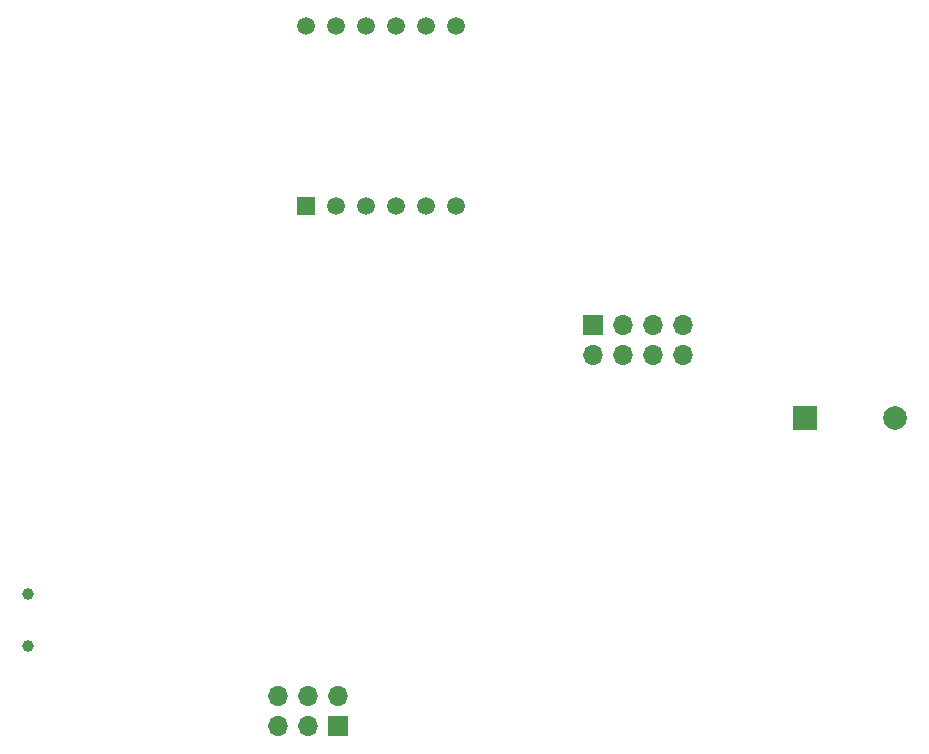
<source format=gbr>
%TF.GenerationSoftware,KiCad,Pcbnew,7.0.1*%
%TF.CreationDate,2023-04-24T08:20:04-06:00*%
%TF.ProjectId,Phase_B_Prototype,50686173-655f-4425-9f50-726f746f7479,rev?*%
%TF.SameCoordinates,Original*%
%TF.FileFunction,Soldermask,Bot*%
%TF.FilePolarity,Negative*%
%FSLAX46Y46*%
G04 Gerber Fmt 4.6, Leading zero omitted, Abs format (unit mm)*
G04 Created by KiCad (PCBNEW 7.0.1) date 2023-04-24 08:20:04*
%MOMM*%
%LPD*%
G01*
G04 APERTURE LIST*
%ADD10R,1.500000X1.500000*%
%ADD11C,1.500000*%
%ADD12R,1.700000X1.700000*%
%ADD13O,1.700000X1.700000*%
%ADD14C,1.000000*%
%ADD15R,2.000000X2.000000*%
%ADD16C,2.000000*%
G04 APERTURE END LIST*
D10*
%TO.C,U1*%
X132118000Y-59144000D03*
D11*
X134658000Y-59144000D03*
X137198000Y-59144000D03*
X139738000Y-59144000D03*
X142278000Y-59144000D03*
X144818000Y-59144000D03*
X144818000Y-43904000D03*
X142278000Y-43904000D03*
X139738000Y-43904000D03*
X137198000Y-43904000D03*
X134658000Y-43904000D03*
X132118000Y-43904000D03*
%TD*%
D12*
%TO.C,J3*%
X156464000Y-69215000D03*
D13*
X156464000Y-71755000D03*
X159004000Y-69215000D03*
X159004000Y-71755000D03*
X161544000Y-69215000D03*
X161544000Y-71755000D03*
X164084000Y-69215000D03*
X164084000Y-71755000D03*
%TD*%
D14*
%TO.C,J1*%
X108623000Y-91955000D03*
X108623000Y-96355000D03*
%TD*%
D12*
%TO.C,J2*%
X134886600Y-103136800D03*
D13*
X134886600Y-100596800D03*
X132346600Y-103136800D03*
X132346600Y-100596800D03*
X129806600Y-103136800D03*
X129806600Y-100596800D03*
%TD*%
D15*
%TO.C,LS1*%
X174421800Y-77063600D03*
D16*
X182021800Y-77063600D03*
%TD*%
M02*

</source>
